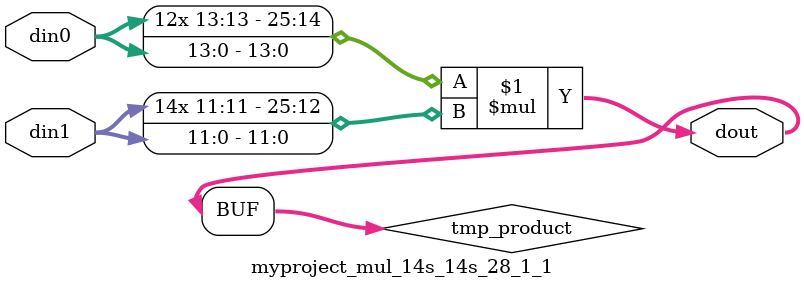
<source format=v>

`timescale 1 ns / 1 ps

  module myproject_mul_14s_14s_28_1_1(din0, din1, dout);
parameter ID = 1;
parameter NUM_STAGE = 0;
parameter din0_WIDTH = 14;
parameter din1_WIDTH = 12;
parameter dout_WIDTH = 26;

input [din0_WIDTH - 1 : 0] din0; 
input [din1_WIDTH - 1 : 0] din1; 
output [dout_WIDTH - 1 : 0] dout;

wire signed [dout_WIDTH - 1 : 0] tmp_product;













assign tmp_product = $signed(din0) * $signed(din1);








assign dout = tmp_product;







endmodule

</source>
